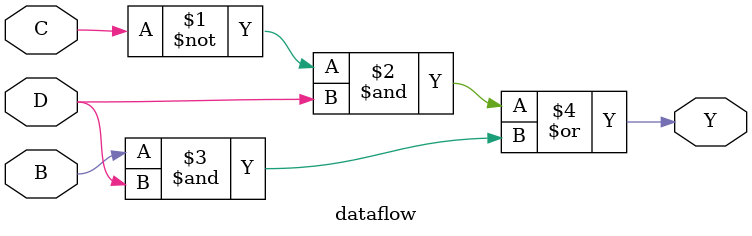
<source format=v>
`timescale 1ns / 1ps
module dataflow(input B, input C, input D, output Y);
assign Y=(~C&D) | (B&D);
endmodule

</source>
